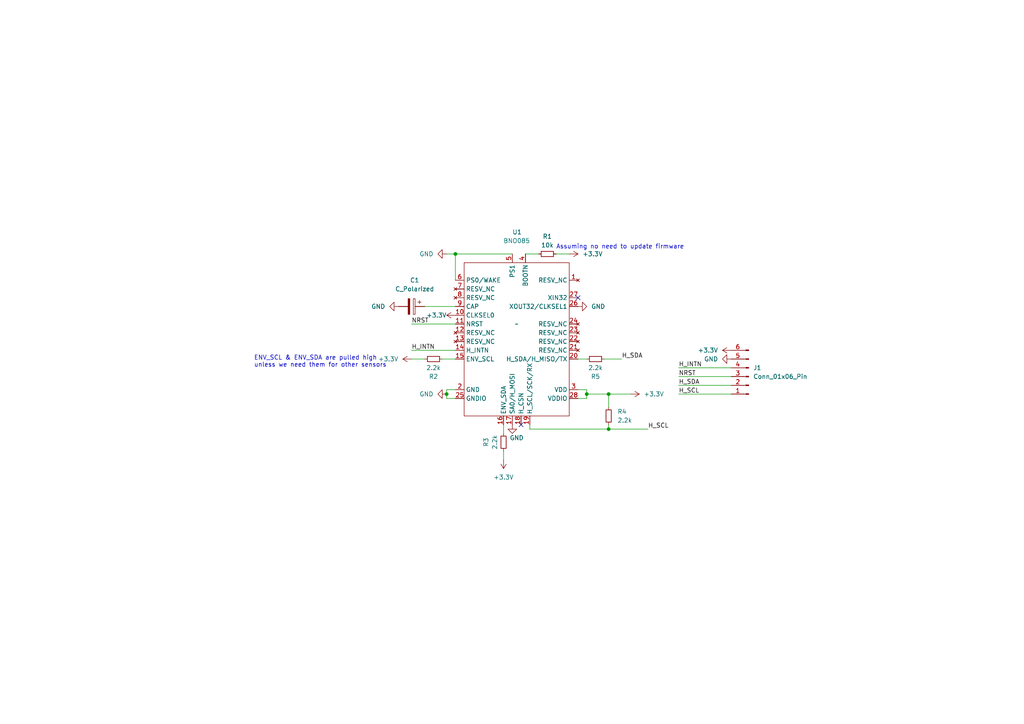
<source format=kicad_sch>
(kicad_sch (version 20230121) (generator eeschema)
  (paper "A4")
  (lib_symbols
    (symbol "BNO08x:BNO085"
      (property "Reference" "U" (at 0 26.67 0))
      (symbol "BNO085_0_1"
        (rectangle (start -15.24 17.78) (end 15.24 -26.67))
      )
      (symbol "BNO085_1_1"
        (text "BNO085" (at 0 24.13 0) (effects (font (size 1.27 1.27))))
        (pin no_connect line (at 17.78 12.7 180) (length 2.54) (name "RESV_NC") (number "1"))
        (pin input line (at -17.78 2.54 0) (length 2.54) (name "CLKSEL0") (number "10"))
        (pin input line (at -17.78 0 0) (length 2.54) (name "NRST") (number "11"))
        (pin no_connect line (at -17.78 -2.54 0) (length 2.54) (name "RESV_NC") (number "12"))
        (pin no_connect line (at -17.78 -5.08 0) (length 2.54) (name "RESV_NC") (number "13"))
        (pin output line (at -17.78 -7.62 0) (length 2.54) (name "H_INTN") (number "14"))
        (pin bidirectional line (at -17.78 -10.16 0) (length 2.54) (name "ENV_SCL") (number "15"))
        (pin bidirectional line (at -3.81 -29.21 90) (length 2.54) (name "ENV_SDA") (number "16"))
        (pin input line (at -1.27 -29.21 90) (length 2.54) (name "SA0/H_MOSI") (number "17"))
        (pin input line (at 1.27 -29.21 90) (length 2.54) (name "H_CSN") (number "18"))
        (pin bidirectional line (at 3.81 -29.21 90) (length 2.54) (name "H_SCL/SCK/RX") (number "19"))
        (pin input line (at -17.78 -19.05 0) (length 2.54) (name "GND") (number "2"))
        (pin bidirectional line (at 17.78 -10.16 180) (length 2.54) (name "H_SDA/H_MISO/TX") (number "20"))
        (pin no_connect line (at 17.78 -7.62 180) (length 2.54) (name "RESV_NC") (number "21"))
        (pin no_connect line (at 17.78 -5.08 180) (length 2.54) (name "RESV_NC") (number "22"))
        (pin no_connect line (at 17.78 -2.54 180) (length 2.54) (name "RESV_NC") (number "23"))
        (pin no_connect line (at 17.78 0 180) (length 2.54) (name "RESV_NC") (number "24"))
        (pin input line (at -17.78 -21.59 0) (length 2.54) (name "GNDIO") (number "25"))
        (pin input line (at 17.78 5.08 180) (length 2.54) (name "XOUT32/CLKSEL1") (number "26"))
        (pin input line (at 17.78 7.62 180) (length 2.54) (name "XIN32") (number "27"))
        (pin power_in line (at 17.78 -21.59 180) (length 2.54) (name "VDDIO") (number "28"))
        (pin power_in line (at 17.78 -19.05 180) (length 2.54) (name "VDD") (number "3"))
        (pin input line (at 2.54 20.32 270) (length 2.54) (name "BOOTN") (number "4"))
        (pin input line (at -1.27 20.32 270) (length 2.54) (name "PS1") (number "5"))
        (pin input line (at -17.78 12.7 0) (length 2.54) (name "PS0/WAKE") (number "6"))
        (pin no_connect line (at -17.78 10.16 0) (length 2.54) (name "RESV_NC") (number "7"))
        (pin no_connect line (at -17.78 7.62 0) (length 2.54) (name "RESV_NC") (number "8"))
        (pin input line (at -17.78 5.08 0) (length 2.54) (name "CAP") (number "9"))
      )
    )
    (symbol "Connector:Conn_01x06_Pin" (pin_names (offset 1.016) hide)
      (property "Reference" "J" (at 0 7.62 0))
      (property "Value" "Conn_01x06_Pin" (at 0 -10.16 0))
      (symbol "Conn_01x06_Pin_1_1"
        (polyline (pts (xy 1.27 -7.62) (xy 0.8636 -7.62)) (stroke (width 0.1524)))
        (polyline (pts (xy 1.27 -5.08) (xy 0.8636 -5.08)) (stroke (width 0.1524)))
        (polyline (pts (xy 1.27 -2.54) (xy 0.8636 -2.54)) (stroke (width 0.1524)))
        (polyline (pts (xy 1.27 0) (xy 0.8636 0)) (stroke (width 0.1524)))
        (polyline (pts (xy 1.27 2.54) (xy 0.8636 2.54)) (stroke (width 0.1524)))
        (polyline (pts (xy 1.27 5.08) (xy 0.8636 5.08)) (stroke (width 0.1524)))
        (rectangle (start 0.8636 -7.493) (end 0 -7.747) (stroke (width 0.1524)) (fill (type outline)))
        (rectangle (start 0.8636 -4.953) (end 0 -5.207) (stroke (width 0.1524)) (fill (type outline)))
        (rectangle (start 0.8636 -2.413) (end 0 -2.667) (stroke (width 0.1524)) (fill (type outline)))
        (rectangle (start 0.8636 0.127) (end 0 -0.127) (stroke (width 0.1524)) (fill (type outline)))
        (rectangle (start 0.8636 2.667) (end 0 2.413) (stroke (width 0.1524)) (fill (type outline)))
        (rectangle (start 0.8636 5.207) (end 0 4.953) (stroke (width 0.1524)) (fill (type outline)))
        (pin passive line (at 5.08 5.08 180) (length 3.81) (name "Pin_1") (number "1"))
        (pin passive line (at 5.08 2.54 180) (length 3.81) (name "Pin_2") (number "2"))
        (pin passive line (at 5.08 0 180) (length 3.81) (name "Pin_3") (number "3"))
        (pin passive line (at 5.08 -2.54 180) (length 3.81) (name "Pin_4") (number "4"))
        (pin passive line (at 5.08 -5.08 180) (length 3.81) (name "Pin_5") (number "5"))
        (pin passive line (at 5.08 -7.62 180) (length 3.81) (name "Pin_6") (number "6"))
      )
    )
    (symbol "Device:C_Polarized" (pin_numbers hide) (pin_names (offset 0.254))
      (property "Reference" "C" (at 0.635 2.54 0))
      (property "Value" "C_Polarized" (at 0.635 -2.54 0))
      (symbol "C_Polarized_0_1"
        (rectangle (start -2.286 0.508) (end 2.286 1.016))
        (polyline (pts (xy -1.778 2.286) (xy -0.762 2.286)))
        (polyline (pts (xy -1.27 2.794) (xy -1.27 1.778)))
        (rectangle (start 2.286 -0.508) (end -2.286 -1.016) (fill (type outline)))
      )
      (symbol "C_Polarized_1_1"
        (pin passive line (at 0 3.81 270) (length 2.794) (name "~") (number "1"))
        (pin passive line (at 0 -3.81 90) (length 2.794) (name "~") (number "2"))
      )
    )
    (symbol "Device:R_Small" (pin_numbers hide) (pin_names (offset 0.254) hide)
      (property "Reference" "R" (at 0.762 0.508 0))
      (property "Value" "R_Small" (at 0.762 -1.016 0))
      (symbol "R_Small_0_1"
        (rectangle (start -0.762 1.778) (end 0.762 -1.778) (stroke (width 0.2032)))
      )
      (symbol "R_Small_1_1"
        (pin passive line (at 0 2.54 270) (length 0.762) (name "~") (number "1"))
        (pin passive line (at 0 -2.54 90) (length 0.762) (name "~") (number "2"))
      )
    )
    (symbol "power:+3.3V" (power) (pin_names (offset 0))
      (property "Value" "+3.3V" (at 0 3.556 0))
      (symbol "+3.3V_0_1"
        (polyline (pts (xy -0.762 1.27) (xy 0 2.54)))
        (polyline (pts (xy 0 0) (xy 0 2.54)))
        (polyline (pts (xy 0 2.54) (xy 0.762 1.27)))
      )
      (symbol "+3.3V_1_1"
        (pin power_in line (at 0 0 90) (length 0) hide (name "+3.3V") (number "1"))
      )
    )
    (symbol "power:GND" (power) (pin_names (offset 0))
      (property "Value" "GND" (at 0 -3.81 0))
      (symbol "GND_0_1"
        (polyline (pts (xy 0 0) (xy 0 -1.27) (xy 1.27 -1.27) (xy 0 -2.54) (xy -1.27 -1.27) (xy 0 -1.27)))
      )
      (symbol "GND_1_1"
        (pin power_in line (at 0 0 270) (length 0) hide (name "GND") (number "1"))
      )
    )
  )
  (junction (at 176.53 124.46))
  (junction (at 170.18 114.3))
  (junction (at 132.08 73.66))
  (junction (at 176.53 114.3))
  (junction (at 129.54 114.3))
  (no_connect (at 167.64 86.36))
  (no_connect (at 151.13 123.19))
  (wire (pts (xy 196.85 111.76) (xy 212.09 111.76)))
  (wire (pts (xy 167.64 113.03) (xy 170.18 113.03)))
  (wire (pts (xy 167.64 104.14) (xy 170.18 104.14)))
  (wire (pts (xy 132.08 115.57) (xy 129.54 115.57)))
  (wire (pts (xy 196.85 114.3) (xy 212.09 114.3)))
  (wire (pts (xy 146.05 123.19) (xy 146.05 125.73)))
  (wire (pts (xy 182.88 114.3) (xy 176.53 114.3)))
  (wire (pts (xy 176.53 124.46) (xy 187.96 124.46)))
  (wire (pts (xy 132.08 73.66) (xy 148.59 73.66)))
  (wire (pts (xy 176.53 123.19) (xy 176.53 124.46)))
  (wire (pts (xy 129.54 115.57) (xy 129.54 114.3)))
  (wire (pts (xy 196.85 109.22) (xy 212.09 109.22)))
  (wire (pts (xy 161.29 73.66) (xy 165.1 73.66)))
  (wire (pts (xy 119.38 104.14) (xy 123.19 104.14)))
  (wire (pts (xy 129.54 73.66) (xy 132.08 73.66)))
  (wire (pts (xy 153.67 123.19) (xy 153.67 124.46)))
  (wire (pts (xy 170.18 113.03) (xy 170.18 114.3)))
  (wire (pts (xy 119.38 93.98) (xy 132.08 93.98)))
  (wire (pts (xy 196.85 106.68) (xy 212.09 106.68)))
  (wire (pts (xy 129.54 113.03) (xy 129.54 114.3)))
  (wire (pts (xy 123.19 88.9) (xy 132.08 88.9)))
  (wire (pts (xy 175.26 104.14) (xy 180.34 104.14)))
  (wire (pts (xy 132.08 113.03) (xy 129.54 113.03)))
  (wire (pts (xy 170.18 115.57) (xy 170.18 114.3)))
  (wire (pts (xy 153.67 124.46) (xy 176.53 124.46)))
  (wire (pts (xy 128.27 104.14) (xy 132.08 104.14)))
  (wire (pts (xy 132.08 73.66) (xy 132.08 81.28)))
  (wire (pts (xy 146.05 130.81) (xy 146.05 133.35)))
  (wire (pts (xy 176.53 114.3) (xy 176.53 118.11)))
  (wire (pts (xy 176.53 114.3) (xy 170.18 114.3)))
  (wire (pts (xy 167.64 115.57) (xy 170.18 115.57)))
  (wire (pts (xy 119.38 101.6) (xy 132.08 101.6)))
  (wire (pts (xy 152.4 73.66) (xy 156.21 73.66)))
  (text "Assuming no need to update firmware" (at 161.29 72.39 0) (effects (font (size 1.27 1.27)) (justify left bottom)))
  (text "ENV_SCL & ENV_SDA are pulled high \nunless we need them for other sensors" (at 73.66 106.68 0) (effects (font (size 1.27 1.27)) (justify left bottom)))
  (label "H_SDA" (at 196.85 111.76 0))
  (label "H_INTN" (at 196.85 106.68 0))
  (label "H_SCL" (at 187.96 124.46 0))
  (label "H_SDA" (at 180.34 104.14 0))
  (label "NRST" (at 119.38 93.98 0))
  (label "H_INTN" (at 119.38 101.6 0))
  (label "NRST" (at 196.85 109.22 0))
  (label "H_SCL" (at 196.85 114.3 0))
  (symbol (lib_id "Device:C_Polarized") (at 119.38 88.9 270) (unit 1)
    (property "Reference" "C1" (at 120.269 81.28 90))
    (property "Value" "C_Polarized" (at 120.269 83.82 90))
  )
  (symbol (lib_id "power:GND") (at 129.54 114.3 270) (unit 1)
    (property "Reference" "#PWR02" (effects hide))
    (property "Value" "GND" (at 125.73 114.3 90) (effects (justify right)))
  )
  (symbol (lib_id "Device:R_Small") (at 158.75 73.66 90) (unit 1)
    (property "Reference" "R1" (at 158.75 68.58 90))
    (property "Value" "10k" (at 158.75 71.12 90))
  )
  (symbol (lib_id "Device:R_Small") (at 125.73 104.14 90) (unit 1)
    (property "Reference" "R2" (at 125.73 109.22 90))
    (property "Value" "2.2k" (at 125.73 106.68 90))
  )
  (symbol (lib_id "power:GND") (at 148.59 123.19 0) (unit 1)
    (property "Reference" "#PWR011" (effects hide))
    (property "Value" "GND" (at 149.86 127 0))
  )
  (symbol (lib_id "power:+3.3V") (at 146.05 133.35 180) (unit 1)
    (property "Reference" "#PWR09" (effects hide))
    (property "Value" "+3.3V" (at 146.05 138.43 0))
  )
  (symbol (lib_id "Device:R_Small") (at 176.53 120.65 0) (unit 1)
    (property "Reference" "R4" (at 179.07 119.38 0) (effects (justify left)))
    (property "Value" "2.2k" (at 179.07 121.92 0) (effects (justify left)))
  )
  (symbol (lib_id "BNO08x:BNO085") (at 149.86 93.98 0) (unit 1)
    (property "Reference" "U1" (at 148.59 67.31 0) (effects (justify left)))
    (property "Value" "~" (at 149.86 93.98 0))
  )
  (symbol (lib_id "power:GND") (at 167.64 88.9 90) (unit 1)
    (property "Reference" "#PWR04" (effects hide))
    (property "Value" "GND" (at 171.45 88.9 90) (effects (justify right)))
  )
  (symbol (lib_id "Device:R_Small") (at 172.72 104.14 270) (unit 1)
    (property "Reference" "R5" (at 172.72 109.22 90))
    (property "Value" "2.2k" (at 172.72 106.68 90))
  )
  (symbol (lib_id "power:+3.3V") (at 119.38 104.14 90) (unit 1)
    (property "Reference" "#PWR08" (effects hide))
    (property "Value" "+3.3V" (at 115.57 104.14 90) (effects (justify left)))
  )
  (symbol (lib_id "power:+3.3V") (at 165.1 73.66 270) (unit 1)
    (property "Reference" "#PWR07" (effects hide))
    (property "Value" "+3.3V" (at 168.91 73.66 90) (effects (justify left)))
  )
  (symbol (lib_id "power:+3.3V") (at 182.88 114.3 270) (unit 1)
    (property "Reference" "#PWR01" (effects hide))
    (property "Value" "+3.3V" (at 186.69 114.3 90) (effects (justify left)))
  )
  (symbol (lib_id "power:GND") (at 212.09 104.14 270) (unit 1)
    (property "Reference" "#PWR010" (effects hide))
    (property "Value" "GND" (at 208.28 104.14 90) (effects (justify right)))
  )
  (symbol (lib_id "power:+3.3V") (at 132.08 91.44 90) (unit 1)
    (property "Reference" "#PWR03" (effects hide))
    (property "Value" "+3.3V" (at 129.54 91.44 90) (effects (justify left)))
  )
  (symbol (lib_id "power:+3.3V") (at 212.09 101.6 90) (unit 1)
    (property "Reference" "#PWR012" (effects hide))
    (property "Value" "+3.3V" (at 208.28 101.6 90) (effects (justify left)))
  )
  (symbol (lib_id "power:GND") (at 115.57 88.9 270) (unit 1)
    (property "Reference" "#PWR05" (effects hide))
    (property "Value" "GND" (at 111.76 88.9 90) (effects (justify right)))
  )
  (symbol (lib_id "Device:R_Small") (at 146.05 128.27 0) (unit 1)
    (property "Reference" "R3" (at 140.97 128.27 90))
    (property "Value" "2.2k" (at 143.51 128.27 90))
  )
  (symbol (lib_id "Connector:Conn_01x06_Pin") (at 217.17 109.22 180) (unit 1)
    (property "Reference" "J1" (at 218.44 106.68 0) (effects (justify right)))
    (property "Value" "Conn_01x06_Pin" (at 218.44 109.22 0) (effects (justify right)))
  )
  (symbol (lib_id "power:GND") (at 129.54 73.66 270) (unit 1)
    (property "Reference" "#PWR06" (effects hide))
    (property "Value" "GND" (at 125.73 73.66 90) (effects (justify right)))
  )
)
</source>
